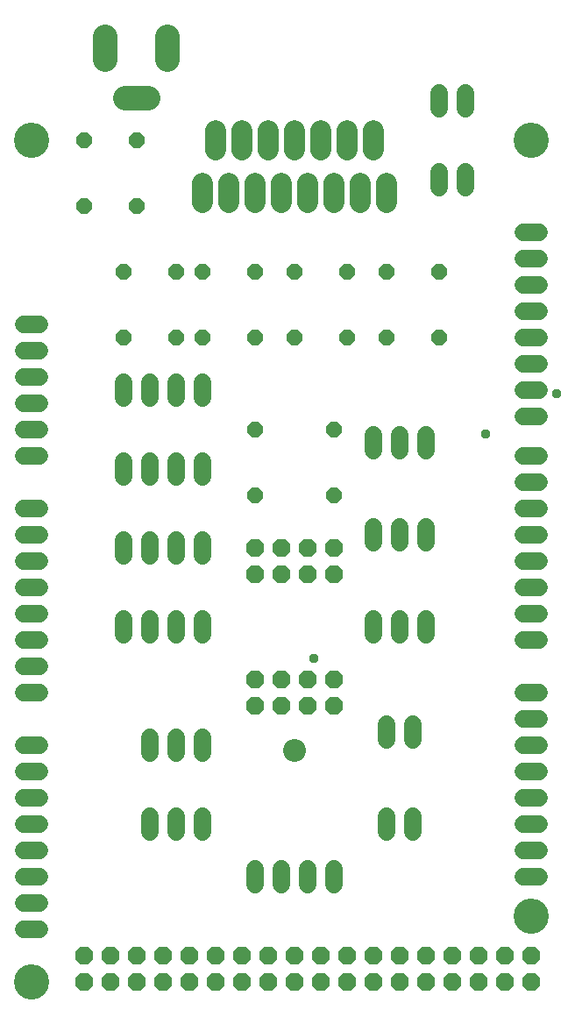
<source format=gts>
G75*
%MOIN*%
%OFA0B0*%
%FSLAX25Y25*%
%IPPOS*%
%LPD*%
%AMOC8*
5,1,8,0,0,1.08239X$1,22.5*
%
%ADD10OC8,0.06000*%
%ADD11C,0.07887*%
%ADD12C,0.06800*%
%ADD13OC8,0.06800*%
%ADD14C,0.13398*%
%ADD15C,0.08674*%
%ADD16C,0.09400*%
%ADD17C,0.03778*%
D10*
X0100000Y0206250D03*
X0100000Y0231250D03*
X0100000Y0266250D03*
X0100000Y0291250D03*
X0115000Y0291250D03*
X0115000Y0266250D03*
X0135000Y0266250D03*
X0135000Y0291250D03*
X0150000Y0291250D03*
X0150000Y0266250D03*
X0170000Y0266250D03*
X0170000Y0291250D03*
X0130000Y0231250D03*
X0130000Y0206250D03*
X0080000Y0266250D03*
X0070000Y0266250D03*
X0070000Y0291250D03*
X0080000Y0291250D03*
X0055000Y0316250D03*
X0050000Y0291250D03*
X0050000Y0266250D03*
X0035000Y0316250D03*
X0035000Y0341250D03*
X0055000Y0341250D03*
D11*
X0080000Y0324793D02*
X0080000Y0317707D01*
X0090000Y0317707D02*
X0090000Y0324793D01*
X0085000Y0337707D02*
X0085000Y0344793D01*
X0095000Y0344793D02*
X0095000Y0337707D01*
X0105000Y0337707D02*
X0105000Y0344793D01*
X0115000Y0344793D02*
X0115000Y0337707D01*
X0125000Y0337707D02*
X0125000Y0344793D01*
X0135000Y0344793D02*
X0135000Y0337707D01*
X0145000Y0337707D02*
X0145000Y0344793D01*
X0140000Y0324793D02*
X0140000Y0317707D01*
X0130000Y0317707D02*
X0130000Y0324793D01*
X0120000Y0324793D02*
X0120000Y0317707D01*
X0110000Y0317707D02*
X0110000Y0324793D01*
X0100000Y0324793D02*
X0100000Y0317707D01*
X0150000Y0317707D02*
X0150000Y0324793D01*
D12*
X0170000Y0323250D02*
X0170000Y0329250D01*
X0180000Y0329250D02*
X0180000Y0323250D01*
X0180000Y0353250D02*
X0180000Y0359250D01*
X0170000Y0359250D02*
X0170000Y0353250D01*
X0202000Y0306250D02*
X0208000Y0306250D01*
X0208000Y0296250D02*
X0202000Y0296250D01*
X0202000Y0286250D02*
X0208000Y0286250D01*
X0208000Y0276250D02*
X0202000Y0276250D01*
X0202000Y0266250D02*
X0208000Y0266250D01*
X0208000Y0256250D02*
X0202000Y0256250D01*
X0202000Y0246250D02*
X0208000Y0246250D01*
X0208000Y0236250D02*
X0202000Y0236250D01*
X0202000Y0221250D02*
X0208000Y0221250D01*
X0208000Y0211250D02*
X0202000Y0211250D01*
X0202000Y0201250D02*
X0208000Y0201250D01*
X0208000Y0191250D02*
X0202000Y0191250D01*
X0202000Y0181250D02*
X0208000Y0181250D01*
X0208000Y0171250D02*
X0202000Y0171250D01*
X0202000Y0161250D02*
X0208000Y0161250D01*
X0208000Y0151250D02*
X0202000Y0151250D01*
X0202000Y0131250D02*
X0208000Y0131250D01*
X0208000Y0121250D02*
X0202000Y0121250D01*
X0202000Y0111250D02*
X0208000Y0111250D01*
X0208000Y0101250D02*
X0202000Y0101250D01*
X0202000Y0091250D02*
X0208000Y0091250D01*
X0208000Y0081250D02*
X0202000Y0081250D01*
X0202000Y0071250D02*
X0208000Y0071250D01*
X0208000Y0061250D02*
X0202000Y0061250D01*
X0160000Y0078250D02*
X0160000Y0084250D01*
X0150000Y0084250D02*
X0150000Y0078250D01*
X0150000Y0113250D02*
X0150000Y0119250D01*
X0160000Y0119250D02*
X0160000Y0113250D01*
X0155000Y0153250D02*
X0155000Y0159250D01*
X0145000Y0159250D02*
X0145000Y0153250D01*
X0145000Y0188250D02*
X0145000Y0194250D01*
X0155000Y0194250D02*
X0155000Y0188250D01*
X0165000Y0188250D02*
X0165000Y0194250D01*
X0165000Y0223250D02*
X0165000Y0229250D01*
X0155000Y0229250D02*
X0155000Y0223250D01*
X0145000Y0223250D02*
X0145000Y0229250D01*
X0165000Y0159250D02*
X0165000Y0153250D01*
X0130000Y0064250D02*
X0130000Y0058250D01*
X0120000Y0058250D02*
X0120000Y0064250D01*
X0110000Y0064250D02*
X0110000Y0058250D01*
X0100000Y0058250D02*
X0100000Y0064250D01*
X0080000Y0078250D02*
X0080000Y0084250D01*
X0070000Y0084250D02*
X0070000Y0078250D01*
X0060000Y0078250D02*
X0060000Y0084250D01*
X0060000Y0108250D02*
X0060000Y0114250D01*
X0070000Y0114250D02*
X0070000Y0108250D01*
X0080000Y0108250D02*
X0080000Y0114250D01*
X0080000Y0153250D02*
X0080000Y0159250D01*
X0070000Y0159250D02*
X0070000Y0153250D01*
X0060000Y0153250D02*
X0060000Y0159250D01*
X0050000Y0159250D02*
X0050000Y0153250D01*
X0050000Y0183250D02*
X0050000Y0189250D01*
X0060000Y0189250D02*
X0060000Y0183250D01*
X0070000Y0183250D02*
X0070000Y0189250D01*
X0080000Y0189250D02*
X0080000Y0183250D01*
X0080000Y0213250D02*
X0080000Y0219250D01*
X0070000Y0219250D02*
X0070000Y0213250D01*
X0060000Y0213250D02*
X0060000Y0219250D01*
X0050000Y0219250D02*
X0050000Y0213250D01*
X0050000Y0243250D02*
X0050000Y0249250D01*
X0060000Y0249250D02*
X0060000Y0243250D01*
X0070000Y0243250D02*
X0070000Y0249250D01*
X0080000Y0249250D02*
X0080000Y0243250D01*
X0018000Y0241250D02*
X0012000Y0241250D01*
X0012000Y0251250D02*
X0018000Y0251250D01*
X0018000Y0261250D02*
X0012000Y0261250D01*
X0012000Y0271250D02*
X0018000Y0271250D01*
X0018000Y0231250D02*
X0012000Y0231250D01*
X0012000Y0221250D02*
X0018000Y0221250D01*
X0018000Y0201250D02*
X0012000Y0201250D01*
X0012000Y0191250D02*
X0018000Y0191250D01*
X0018000Y0181250D02*
X0012000Y0181250D01*
X0012000Y0171250D02*
X0018000Y0171250D01*
X0018000Y0161250D02*
X0012000Y0161250D01*
X0012000Y0151250D02*
X0018000Y0151250D01*
X0018000Y0141250D02*
X0012000Y0141250D01*
X0012000Y0131250D02*
X0018000Y0131250D01*
X0018000Y0111250D02*
X0012000Y0111250D01*
X0012000Y0101250D02*
X0018000Y0101250D01*
X0018000Y0091250D02*
X0012000Y0091250D01*
X0012000Y0081250D02*
X0018000Y0081250D01*
X0018000Y0071250D02*
X0012000Y0071250D01*
X0012000Y0061250D02*
X0018000Y0061250D01*
X0018000Y0051250D02*
X0012000Y0051250D01*
X0012000Y0041250D02*
X0018000Y0041250D01*
D13*
X0035000Y0031250D03*
X0035000Y0021250D03*
X0045000Y0021250D03*
X0045000Y0031250D03*
X0055000Y0031250D03*
X0055000Y0021250D03*
X0065000Y0021250D03*
X0065000Y0031250D03*
X0075000Y0031250D03*
X0075000Y0021250D03*
X0085000Y0021250D03*
X0085000Y0031250D03*
X0095000Y0031250D03*
X0095000Y0021250D03*
X0105000Y0021250D03*
X0105000Y0031250D03*
X0115000Y0031250D03*
X0115000Y0021250D03*
X0125000Y0021250D03*
X0125000Y0031250D03*
X0135000Y0031250D03*
X0135000Y0021250D03*
X0145000Y0021250D03*
X0145000Y0031250D03*
X0155000Y0031250D03*
X0155000Y0021250D03*
X0165000Y0021250D03*
X0165000Y0031250D03*
X0175000Y0031250D03*
X0175000Y0021250D03*
X0185000Y0021250D03*
X0185000Y0031250D03*
X0195000Y0031250D03*
X0195000Y0021250D03*
X0205000Y0021250D03*
X0205000Y0031250D03*
X0130000Y0126250D03*
X0130000Y0136250D03*
X0120000Y0136250D03*
X0120000Y0126250D03*
X0110000Y0126250D03*
X0110000Y0136250D03*
X0100000Y0136250D03*
X0100000Y0126250D03*
X0100000Y0176250D03*
X0100000Y0186250D03*
X0110000Y0186250D03*
X0110000Y0176250D03*
X0120000Y0176250D03*
X0120000Y0186250D03*
X0130000Y0186250D03*
X0130000Y0176250D03*
D14*
X0015000Y0021250D03*
X0015000Y0341250D03*
X0205000Y0341250D03*
X0205000Y0046250D03*
D15*
X0115000Y0109250D03*
D16*
X0059300Y0357352D02*
X0050700Y0357352D01*
X0043189Y0371950D02*
X0043189Y0380550D01*
X0066811Y0380550D02*
X0066811Y0371950D01*
D17*
X0187800Y0229450D03*
X0214800Y0245050D03*
X0122400Y0144250D03*
M02*

</source>
